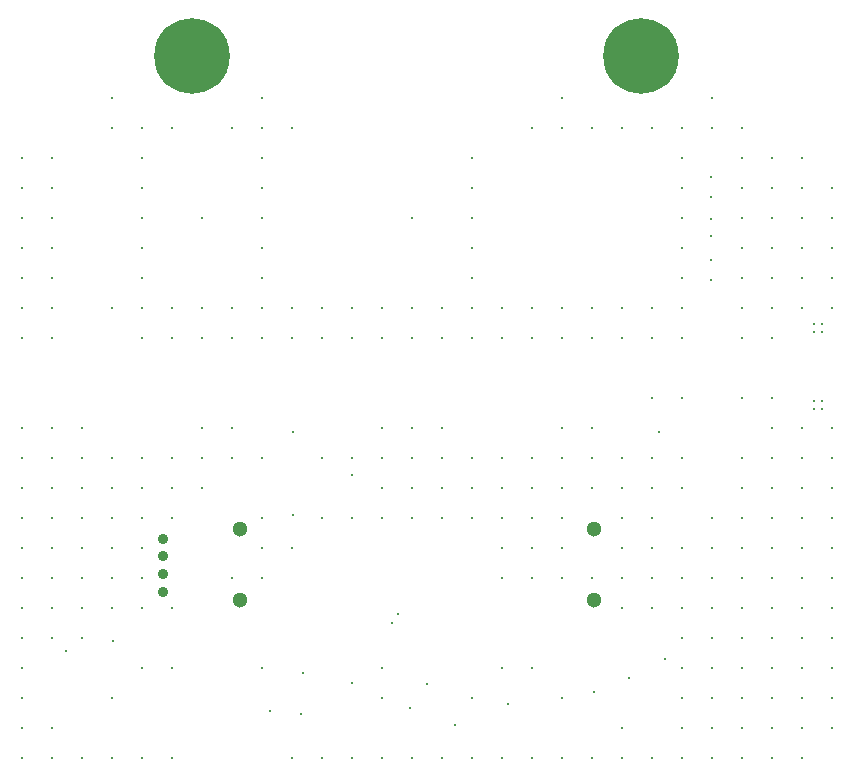
<source format=gbr>
%TF.GenerationSoftware,KiCad,Pcbnew,7.0.11-rc3*%
%TF.CreationDate,2025-03-16T23:28:48+08:00*%
%TF.ProjectId,mainhoop-light,6d61696e-686f-46f7-902d-6c696768742e,rev?*%
%TF.SameCoordinates,Original*%
%TF.FileFunction,Plated,1,2,PTH,Drill*%
%TF.FilePolarity,Positive*%
%FSLAX46Y46*%
G04 Gerber Fmt 4.6, Leading zero omitted, Abs format (unit mm)*
G04 Created by KiCad (PCBNEW 7.0.11-rc3) date 2025-03-16 23:28:48*
%MOMM*%
%LPD*%
G01*
G04 APERTURE LIST*
%TA.AperFunction,ViaDrill*%
%ADD10C,0.300000*%
%TD*%
%TA.AperFunction,ComponentDrill*%
%ADD11C,0.870000*%
%TD*%
%TA.AperFunction,ComponentDrill*%
%ADD12C,1.300000*%
%TD*%
%TA.AperFunction,ComponentDrill*%
%ADD13C,6.400000*%
%TD*%
G04 APERTURE END LIST*
D10*
X65580000Y-37740000D03*
X65580000Y-40280000D03*
X65580000Y-42820000D03*
X65580000Y-45360000D03*
X65580000Y-47900000D03*
X65580000Y-50440000D03*
X65580000Y-52980000D03*
X65580000Y-60600000D03*
X65580000Y-63140000D03*
X65580000Y-65680000D03*
X65580000Y-68220000D03*
X65580000Y-70760000D03*
X65580000Y-73300000D03*
X65580000Y-75840000D03*
X65580000Y-78380000D03*
X65580000Y-80920000D03*
X65580000Y-83460000D03*
X65580000Y-86000000D03*
X65580000Y-88540000D03*
X68120000Y-37740000D03*
X68120000Y-40280000D03*
X68120000Y-42820000D03*
X68120000Y-45360000D03*
X68120000Y-47900000D03*
X68120000Y-50440000D03*
X68120000Y-52980000D03*
X68120000Y-60600000D03*
X68120000Y-63140000D03*
X68120000Y-65680000D03*
X68120000Y-68220000D03*
X68120000Y-70760000D03*
X68120000Y-73300000D03*
X68120000Y-75840000D03*
X68120000Y-78380000D03*
X68120000Y-86000000D03*
X68120000Y-88540000D03*
X69300000Y-79525000D03*
X70660000Y-60600000D03*
X70660000Y-63140000D03*
X70660000Y-65680000D03*
X70660000Y-68220000D03*
X70660000Y-70760000D03*
X70660000Y-73300000D03*
X70660000Y-75840000D03*
X70660000Y-78380000D03*
X70660000Y-88540000D03*
X73200000Y-32660000D03*
X73200000Y-35200000D03*
X73200000Y-50440000D03*
X73200000Y-63140000D03*
X73200000Y-65680000D03*
X73200000Y-68220000D03*
X73200000Y-70760000D03*
X73200000Y-73300000D03*
X73200000Y-75840000D03*
X73200000Y-83460000D03*
X73200000Y-88540000D03*
X73300000Y-78700000D03*
X75740000Y-35200000D03*
X75740000Y-37740000D03*
X75740000Y-40280000D03*
X75740000Y-42820000D03*
X75740000Y-45360000D03*
X75740000Y-47900000D03*
X75740000Y-50440000D03*
X75740000Y-52980000D03*
X75740000Y-63140000D03*
X75740000Y-65680000D03*
X75740000Y-68220000D03*
X75740000Y-70760000D03*
X75740000Y-73300000D03*
X75740000Y-75840000D03*
X75740000Y-80920000D03*
X75740000Y-88540000D03*
X78280000Y-35200000D03*
X78280000Y-50440000D03*
X78280000Y-52980000D03*
X78280000Y-63140000D03*
X78280000Y-65680000D03*
X78280000Y-68220000D03*
X78280000Y-75840000D03*
X78280000Y-80920000D03*
X78280000Y-88540000D03*
X80820000Y-42820000D03*
X80820000Y-50440000D03*
X80820000Y-52980000D03*
X80820000Y-60600000D03*
X80820000Y-63140000D03*
X80820000Y-65680000D03*
X83360000Y-35200000D03*
X83360000Y-50440000D03*
X83360000Y-52980000D03*
X83360000Y-60600000D03*
X83360000Y-63140000D03*
X83360000Y-73300000D03*
X85900000Y-32660000D03*
X85900000Y-35200000D03*
X85900000Y-37740000D03*
X85900000Y-40280000D03*
X85900000Y-42820000D03*
X85900000Y-45360000D03*
X85900000Y-47900000D03*
X85900000Y-50440000D03*
X85900000Y-52980000D03*
X85900000Y-63140000D03*
X85900000Y-68220000D03*
X85900000Y-70760000D03*
X85900000Y-73300000D03*
X85900000Y-80920000D03*
X86550000Y-84587500D03*
X88440000Y-35200000D03*
X88440000Y-50440000D03*
X88440000Y-52980000D03*
X88440000Y-70760000D03*
X88440000Y-88540000D03*
X88500000Y-61000000D03*
X88500000Y-68000000D03*
X89200000Y-84800000D03*
X89400000Y-81400000D03*
X90980000Y-50440000D03*
X90980000Y-52980000D03*
X90980000Y-63140000D03*
X90980000Y-68220000D03*
X90980000Y-88540000D03*
X93500000Y-64600000D03*
X93500000Y-82200000D03*
X93520000Y-50440000D03*
X93520000Y-52980000D03*
X93520000Y-63140000D03*
X93520000Y-68220000D03*
X93520000Y-88540000D03*
X96060000Y-50440000D03*
X96060000Y-52980000D03*
X96060000Y-60600000D03*
X96060000Y-63140000D03*
X96060000Y-65680000D03*
X96060000Y-68220000D03*
X96060000Y-80920000D03*
X96060000Y-83460000D03*
X96060000Y-88540000D03*
X96900000Y-77100000D03*
X97400000Y-76400000D03*
X98400000Y-84300000D03*
X98600000Y-42820000D03*
X98600000Y-50440000D03*
X98600000Y-52980000D03*
X98600000Y-60600000D03*
X98600000Y-63140000D03*
X98600000Y-65680000D03*
X98600000Y-68220000D03*
X98600000Y-88540000D03*
X99900000Y-82300000D03*
X101140000Y-50440000D03*
X101140000Y-52980000D03*
X101140000Y-60600000D03*
X101140000Y-63140000D03*
X101140000Y-65680000D03*
X101140000Y-68220000D03*
X101140000Y-88540000D03*
X102200000Y-85800000D03*
X103680000Y-37740000D03*
X103680000Y-40280000D03*
X103680000Y-42820000D03*
X103680000Y-45360000D03*
X103680000Y-47900000D03*
X103680000Y-50440000D03*
X103680000Y-52980000D03*
X103680000Y-63140000D03*
X103680000Y-65680000D03*
X103680000Y-68220000D03*
X103680000Y-83460000D03*
X103680000Y-88540000D03*
X106220000Y-50440000D03*
X106220000Y-52980000D03*
X106220000Y-63140000D03*
X106220000Y-65680000D03*
X106220000Y-68220000D03*
X106220000Y-70760000D03*
X106220000Y-73300000D03*
X106220000Y-80920000D03*
X106220000Y-88540000D03*
X106700000Y-84000000D03*
X108760000Y-35200000D03*
X108760000Y-50440000D03*
X108760000Y-52980000D03*
X108760000Y-63140000D03*
X108760000Y-65680000D03*
X108760000Y-68220000D03*
X108760000Y-70760000D03*
X108760000Y-73300000D03*
X108760000Y-80920000D03*
X108760000Y-88540000D03*
X111300000Y-32660000D03*
X111300000Y-35200000D03*
X111300000Y-50440000D03*
X111300000Y-52980000D03*
X111300000Y-60600000D03*
X111300000Y-63140000D03*
X111300000Y-65680000D03*
X111300000Y-68220000D03*
X111300000Y-70760000D03*
X111300000Y-73300000D03*
X111300000Y-83460000D03*
X111300000Y-88540000D03*
X113840000Y-35200000D03*
X113840000Y-50440000D03*
X113840000Y-52980000D03*
X113840000Y-60600000D03*
X113840000Y-63140000D03*
X113840000Y-65680000D03*
X113840000Y-73300000D03*
X113840000Y-88540000D03*
X114025000Y-83000000D03*
X116380000Y-35200000D03*
X116380000Y-50440000D03*
X116380000Y-52980000D03*
X116380000Y-63140000D03*
X116380000Y-65680000D03*
X116380000Y-68220000D03*
X116380000Y-70760000D03*
X116380000Y-73300000D03*
X116380000Y-75840000D03*
X116380000Y-86000000D03*
X116380000Y-88540000D03*
X117000000Y-81825000D03*
X118920000Y-35200000D03*
X118920000Y-50440000D03*
X118920000Y-52980000D03*
X118920000Y-58060000D03*
X118920000Y-63140000D03*
X118920000Y-65680000D03*
X118920000Y-68220000D03*
X118920000Y-70760000D03*
X118920000Y-73300000D03*
X118920000Y-75840000D03*
X118920000Y-88540000D03*
X119500000Y-61000000D03*
X120000000Y-80200000D03*
X121460000Y-35200000D03*
X121460000Y-37740000D03*
X121460000Y-40280000D03*
X121460000Y-42820000D03*
X121460000Y-45360000D03*
X121460000Y-47900000D03*
X121460000Y-50440000D03*
X121460000Y-52980000D03*
X121460000Y-58060000D03*
X121460000Y-63140000D03*
X121460000Y-65680000D03*
X121460000Y-70760000D03*
X121460000Y-73300000D03*
X121460000Y-75840000D03*
X121460000Y-78380000D03*
X121460000Y-80920000D03*
X121460000Y-83460000D03*
X121460000Y-86000000D03*
X121460000Y-88540000D03*
X123900000Y-39400000D03*
X123900000Y-41100000D03*
X123900000Y-42900000D03*
X123900000Y-44400000D03*
X123900000Y-46400000D03*
X123900000Y-48100000D03*
X124000000Y-32660000D03*
X124000000Y-35200000D03*
X124000000Y-68220000D03*
X124000000Y-70760000D03*
X124000000Y-73300000D03*
X124000000Y-75840000D03*
X124000000Y-78380000D03*
X124000000Y-80920000D03*
X124000000Y-83460000D03*
X124000000Y-86000000D03*
X124000000Y-88540000D03*
X126540000Y-35200000D03*
X126540000Y-37740000D03*
X126540000Y-40280000D03*
X126540000Y-42820000D03*
X126540000Y-45360000D03*
X126540000Y-47900000D03*
X126540000Y-50440000D03*
X126540000Y-52980000D03*
X126540000Y-58060000D03*
X126540000Y-63140000D03*
X126540000Y-65680000D03*
X126540000Y-68220000D03*
X126540000Y-70760000D03*
X126540000Y-73300000D03*
X126540000Y-75840000D03*
X126540000Y-78380000D03*
X126540000Y-80920000D03*
X126540000Y-83460000D03*
X126540000Y-86000000D03*
X126540000Y-88540000D03*
X129080000Y-37740000D03*
X129080000Y-40280000D03*
X129080000Y-42820000D03*
X129080000Y-45360000D03*
X129080000Y-47900000D03*
X129080000Y-50440000D03*
X129080000Y-52980000D03*
X129080000Y-58060000D03*
X129080000Y-60600000D03*
X129080000Y-63140000D03*
X129080000Y-65680000D03*
X129080000Y-68220000D03*
X129080000Y-70760000D03*
X129080000Y-73300000D03*
X129080000Y-75840000D03*
X129080000Y-78380000D03*
X129080000Y-80920000D03*
X129080000Y-83460000D03*
X129080000Y-86000000D03*
X129080000Y-88540000D03*
X131620000Y-37740000D03*
X131620000Y-40280000D03*
X131620000Y-42820000D03*
X131620000Y-45360000D03*
X131620000Y-47900000D03*
X131620000Y-50440000D03*
X131620000Y-60600000D03*
X131620000Y-63140000D03*
X131620000Y-65680000D03*
X131620000Y-68220000D03*
X131620000Y-70760000D03*
X131620000Y-73300000D03*
X131620000Y-75840000D03*
X131620000Y-78380000D03*
X131620000Y-80920000D03*
X131620000Y-83460000D03*
X131620000Y-86000000D03*
X131620000Y-88540000D03*
X132600000Y-51800000D03*
X132600000Y-52500000D03*
X132600000Y-58300000D03*
X132600000Y-59000000D03*
X133300000Y-51800000D03*
X133300000Y-52500000D03*
X133300000Y-58300000D03*
X133300000Y-59000000D03*
X134160000Y-40280000D03*
X134160000Y-42820000D03*
X134160000Y-45360000D03*
X134160000Y-47900000D03*
X134160000Y-50440000D03*
X134160000Y-60600000D03*
X134160000Y-63140000D03*
X134160000Y-65680000D03*
X134160000Y-68220000D03*
X134160000Y-70760000D03*
X134160000Y-73300000D03*
X134160000Y-75840000D03*
X134160000Y-78380000D03*
X134160000Y-80920000D03*
X134160000Y-83460000D03*
X134160000Y-86000000D03*
D11*
%TO.C,J1*%
X77500000Y-70000000D03*
X77500000Y-71500000D03*
X77500000Y-73000000D03*
X77500000Y-74500000D03*
D12*
%TO.C,TP4*%
X84000000Y-69160000D03*
%TO.C,TP2*%
X84000000Y-75160000D03*
%TO.C,TP3*%
X114000000Y-69160000D03*
%TO.C,TP1*%
X114000000Y-75160000D03*
D13*
%TO.C,H1*%
X80000000Y-29160000D03*
%TO.C,H2*%
X118000000Y-29160000D03*
M02*

</source>
